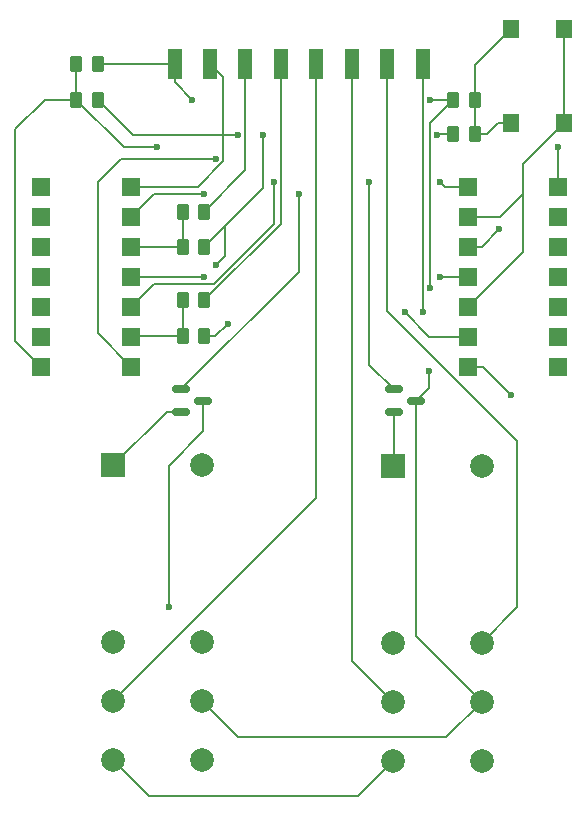
<source format=gbr>
%TF.GenerationSoftware,KiCad,Pcbnew,8.0.4*%
%TF.CreationDate,2024-08-11T17:04:56+02:00*%
%TF.ProjectId,SDCreset,53444372-6573-4657-942e-6b696361645f,rev?*%
%TF.SameCoordinates,Original*%
%TF.FileFunction,Copper,L1,Top*%
%TF.FilePolarity,Positive*%
%FSLAX46Y46*%
G04 Gerber Fmt 4.6, Leading zero omitted, Abs format (unit mm)*
G04 Created by KiCad (PCBNEW 8.0.4) date 2024-08-11 17:04:56*
%MOMM*%
%LPD*%
G01*
G04 APERTURE LIST*
G04 Aperture macros list*
%AMRoundRect*
0 Rectangle with rounded corners*
0 $1 Rounding radius*
0 $2 $3 $4 $5 $6 $7 $8 $9 X,Y pos of 4 corners*
0 Add a 4 corners polygon primitive as box body*
4,1,4,$2,$3,$4,$5,$6,$7,$8,$9,$2,$3,0*
0 Add four circle primitives for the rounded corners*
1,1,$1+$1,$2,$3*
1,1,$1+$1,$4,$5*
1,1,$1+$1,$6,$7*
1,1,$1+$1,$8,$9*
0 Add four rect primitives between the rounded corners*
20,1,$1+$1,$2,$3,$4,$5,0*
20,1,$1+$1,$4,$5,$6,$7,0*
20,1,$1+$1,$6,$7,$8,$9,0*
20,1,$1+$1,$8,$9,$2,$3,0*%
G04 Aperture macros list end*
%TA.AperFunction,SMDPad,CuDef*%
%ADD10RoundRect,0.150000X-0.587500X-0.150000X0.587500X-0.150000X0.587500X0.150000X-0.587500X0.150000X0*%
%TD*%
%TA.AperFunction,SMDPad,CuDef*%
%ADD11R,1.600000X1.600000*%
%TD*%
%TA.AperFunction,SMDPad,CuDef*%
%ADD12RoundRect,0.250000X-0.262500X-0.450000X0.262500X-0.450000X0.262500X0.450000X-0.262500X0.450000X0*%
%TD*%
%TA.AperFunction,SMDPad,CuDef*%
%ADD13RoundRect,0.250000X0.262500X0.450000X-0.262500X0.450000X-0.262500X-0.450000X0.262500X-0.450000X0*%
%TD*%
%TA.AperFunction,SMDPad,CuDef*%
%ADD14R,1.400000X1.600000*%
%TD*%
%TA.AperFunction,ComponentPad*%
%ADD15C,2.000000*%
%TD*%
%TA.AperFunction,ComponentPad*%
%ADD16R,2.000000X2.000000*%
%TD*%
%TA.AperFunction,SMDPad,CuDef*%
%ADD17R,1.270000X2.540000*%
%TD*%
%TA.AperFunction,ViaPad*%
%ADD18C,0.600000*%
%TD*%
%TA.AperFunction,Conductor*%
%ADD19C,0.200000*%
%TD*%
G04 APERTURE END LIST*
D10*
%TO.P,Q1,1,B*%
%TO.N,BMS state*%
X183062500Y-83550000D03*
%TO.P,Q1,2,E*%
%TO.N,Net-(Q2-E)*%
X183062500Y-85450000D03*
%TO.P,Q1,3,C*%
%TO.N,+12V*%
X184937500Y-84500000D03*
%TD*%
D11*
%TO.P,U1,1*%
%TO.N,Net-(U1-Pad1)*%
X160810000Y-81620000D03*
%TO.P,U1,2*%
%TO.N,Net-(R1-Pad1)*%
X160810000Y-79080000D03*
%TO.P,U1,3*%
%TO.N,BMS state*%
X160810000Y-76540000D03*
%TO.P,U1,4*%
%TO.N,Net-(U1-Pad4)*%
X160810000Y-74000000D03*
%TO.P,U1,5*%
%TO.N,Net-(R3-Pad2)*%
X160810000Y-71460000D03*
%TO.P,U1,6*%
%TO.N,IMD state*%
X160810000Y-68920000D03*
%TO.P,U1,7,GND*%
%TO.N,GND*%
X160810000Y-66380000D03*
%TO.P,U1,8*%
%TO.N,N/C*%
X153190000Y-66380000D03*
%TO.P,U1,9*%
X153190000Y-68920000D03*
%TO.P,U1,10*%
X153190000Y-71460000D03*
%TO.P,U1,11*%
X153190000Y-74000000D03*
%TO.P,U1,12*%
X153190000Y-76540000D03*
%TO.P,U1,13*%
X153190000Y-79080000D03*
%TO.P,U1,14,VCC*%
%TO.N,Net-(U1E-VCC)*%
X153190000Y-81620000D03*
%TD*%
D12*
%TO.P,R1,1*%
%TO.N,Net-(U1E-VCC)*%
X156175000Y-59000000D03*
%TO.P,R1,2*%
%TO.N,GND*%
X158000000Y-59000000D03*
%TD*%
D13*
%TO.P,R5,1*%
%TO.N,BMS error*%
X167000000Y-76000000D03*
%TO.P,R5,2*%
%TO.N,Net-(R1-Pad1)*%
X165175000Y-76000000D03*
%TD*%
D14*
%TO.P,SW1,1,1*%
%TO.N,Net-(R7-Pad2)*%
X193000000Y-61000000D03*
X193000000Y-53000000D03*
%TO.P,SW1,2,2*%
%TO.N,Net-(SW1-Pad2)*%
X197500000Y-61000000D03*
X197500000Y-53000000D03*
%TD*%
D15*
%TO.P,K1,11*%
%TO.N,SDC out*%
X159312500Y-109962500D03*
%TO.P,K1,12*%
%TO.N,unconnected-(K1-Pad12)*%
X159312500Y-104962500D03*
%TO.P,K1,14*%
%TO.N,Net-(K1-Pad14)*%
X159312500Y-114962500D03*
%TO.P,K1,21*%
%TO.N,+12V*%
X166812500Y-109962500D03*
%TO.P,K1,22*%
%TO.N,IMD led*%
X166812500Y-104962500D03*
%TO.P,K1,24*%
%TO.N,unconnected-(K1-Pad24)*%
X166812500Y-114962500D03*
D16*
%TO.P,K1,A1*%
%TO.N,Net-(Q1-E)*%
X159312500Y-89962500D03*
D15*
%TO.P,K1,A2*%
%TO.N,GND*%
X166812500Y-89962500D03*
%TD*%
D12*
%TO.P,R3,1*%
%TO.N,+12V*%
X188087500Y-59000000D03*
%TO.P,R3,2*%
%TO.N,Net-(R7-Pad2)*%
X189912500Y-59000000D03*
%TD*%
%TO.P,R6,1*%
%TO.N,Net-(R1-Pad1)*%
X165175000Y-79050000D03*
%TO.P,R6,2*%
%TO.N,GND*%
X167000000Y-79050000D03*
%TD*%
D10*
%TO.P,Q2,1,B*%
%TO.N,IMD state*%
X165062500Y-83550000D03*
%TO.P,Q2,2,E*%
%TO.N,Net-(Q1-E)*%
X165062500Y-85450000D03*
%TO.P,Q2,3,C*%
%TO.N,+12V*%
X166937500Y-84500000D03*
%TD*%
D15*
%TO.P,K2,11*%
%TO.N,SDC in*%
X183000000Y-110000000D03*
%TO.P,K2,12*%
%TO.N,unconnected-(K2-Pad12)*%
X183000000Y-105000000D03*
%TO.P,K2,14*%
%TO.N,Net-(K1-Pad14)*%
X183000000Y-115000000D03*
%TO.P,K2,21*%
%TO.N,+12V*%
X190500000Y-110000000D03*
%TO.P,K2,22*%
%TO.N,BMS led*%
X190500000Y-105000000D03*
%TO.P,K2,24*%
%TO.N,unconnected-(K2-Pad24)*%
X190500000Y-115000000D03*
D16*
%TO.P,K2,A1*%
%TO.N,Net-(Q2-E)*%
X183000000Y-90000000D03*
D15*
%TO.P,K2,A2*%
%TO.N,GND*%
X190500000Y-90000000D03*
%TD*%
D11*
%TO.P,U2,1*%
%TO.N,BMS state*%
X189380000Y-66380000D03*
%TO.P,U2,2*%
%TO.N,Net-(SW1-Pad2)*%
X189380000Y-68920000D03*
%TO.P,U2,3*%
%TO.N,Net-(U1-Pad1)*%
X189380000Y-71460000D03*
%TO.P,U2,4*%
%TO.N,IMD state*%
X189380000Y-74000000D03*
%TO.P,U2,5*%
%TO.N,Net-(SW1-Pad2)*%
X189380000Y-76540000D03*
%TO.P,U2,6*%
%TO.N,Net-(U1-Pad4)*%
X189380000Y-79080000D03*
%TO.P,U2,7,GND*%
%TO.N,GND*%
X189380000Y-81620000D03*
%TO.P,U2,8*%
%TO.N,N/C*%
X197000000Y-81620000D03*
%TO.P,U2,9*%
X197000000Y-79080000D03*
%TO.P,U2,10*%
X197000000Y-76540000D03*
%TO.P,U2,11*%
X197000000Y-74000000D03*
%TO.P,U2,12*%
X197000000Y-71460000D03*
%TO.P,U2,13*%
X197000000Y-68920000D03*
%TO.P,U2,14,VCC*%
%TO.N,Net-(U1E-VCC)*%
X197000000Y-66380000D03*
%TD*%
D13*
%TO.P,R7,1*%
%TO.N,IMD error*%
X167000000Y-68500000D03*
%TO.P,R7,2*%
%TO.N,Net-(R3-Pad2)*%
X165175000Y-68500000D03*
%TD*%
%TO.P,R2,1*%
%TO.N,+12V*%
X158000000Y-56000000D03*
%TO.P,R2,2*%
%TO.N,Net-(U1E-VCC)*%
X156175000Y-56000000D03*
%TD*%
%TO.P,R4,1*%
%TO.N,Net-(R7-Pad2)*%
X189912500Y-61950000D03*
%TO.P,R4,2*%
%TO.N,GND*%
X188087500Y-61950000D03*
%TD*%
D12*
%TO.P,R8,1*%
%TO.N,Net-(R3-Pad2)*%
X165175000Y-71500000D03*
%TO.P,R8,2*%
%TO.N,GND*%
X167000000Y-71500000D03*
%TD*%
D17*
%TO.P,J1,1,Pin_1*%
%TO.N,+12V*%
X164500000Y-56000000D03*
%TO.P,J1,2,Pin_2*%
%TO.N,GND*%
X167500000Y-56000000D03*
%TO.P,J1,3,Pin_3*%
%TO.N,IMD error*%
X170500000Y-56000000D03*
%TO.P,J1,4,Pin_4*%
%TO.N,BMS error*%
X173500000Y-56000000D03*
%TO.P,J1,5,Pin_5*%
%TO.N,SDC out*%
X176500000Y-56000000D03*
%TO.P,J1,6,Pin_6*%
%TO.N,SDC in*%
X179500000Y-56000000D03*
%TO.P,J1,7,Pin_7*%
%TO.N,BMS led*%
X182500000Y-56000000D03*
%TO.P,J1,8,Pin_8*%
%TO.N,IMD led*%
X185500000Y-56000000D03*
%TD*%
D18*
%TO.N,+12V*%
X164000000Y-102000000D03*
X166000000Y-59000000D03*
X186000000Y-82000000D03*
X186100000Y-75000000D03*
X186100000Y-59000000D03*
%TO.N,IMD led*%
X185500000Y-77000000D03*
%TO.N,GND*%
X172000000Y-62000000D03*
X168000000Y-73000000D03*
X186700000Y-62000000D03*
X169000000Y-78000000D03*
X169900000Y-62000000D03*
X193000000Y-84000000D03*
%TO.N,IMD state*%
X167000000Y-67000000D03*
X175000000Y-67000000D03*
X187000000Y-74000000D03*
%TO.N,BMS state*%
X187000000Y-66000000D03*
X172900000Y-66000000D03*
X181000000Y-66000000D03*
%TO.N,Net-(U1E-VCC)*%
X197000000Y-63000000D03*
X163000000Y-63000000D03*
%TO.N,Net-(U1-Pad1)*%
X168000000Y-64000000D03*
X192000000Y-70000000D03*
%TO.N,Net-(U1-Pad4)*%
X167000000Y-74000000D03*
X184000000Y-77000000D03*
%TD*%
D19*
%TO.N,SDC out*%
X176500000Y-56000000D02*
X176500000Y-92775000D01*
X176500000Y-92775000D02*
X159312500Y-109962500D01*
%TO.N,+12V*%
X186000000Y-83437500D02*
X186000000Y-82000000D01*
X184937500Y-104437500D02*
X184937500Y-84500000D01*
X190500000Y-110000000D02*
X187500000Y-113000000D01*
X186100000Y-59000000D02*
X188087500Y-59000000D01*
X166937500Y-84500000D02*
X166937500Y-87062500D01*
X190500000Y-110000000D02*
X184937500Y-104437500D01*
X164000000Y-90000000D02*
X164000000Y-102000000D01*
X186100000Y-60987500D02*
X186100000Y-75000000D01*
X166937500Y-87062500D02*
X164000000Y-90000000D01*
X184937500Y-84500000D02*
X186000000Y-83437500D01*
X164500000Y-57500000D02*
X166000000Y-59000000D01*
X164500000Y-56000000D02*
X158000000Y-56000000D01*
X188087500Y-59000000D02*
X186100000Y-60987500D01*
X187500000Y-113000000D02*
X169850000Y-113000000D01*
X164500000Y-56000000D02*
X164500000Y-57500000D01*
X169850000Y-113000000D02*
X166812500Y-109962500D01*
%TO.N,SDC in*%
X179500000Y-56000000D02*
X179500000Y-106500000D01*
X179500000Y-106500000D02*
X183000000Y-110000000D01*
%TO.N,BMS led*%
X182500000Y-76940000D02*
X193500000Y-87940000D01*
X182500000Y-56000000D02*
X182500000Y-76940000D01*
X193500000Y-102000000D02*
X190500000Y-105000000D01*
X193500000Y-87940000D02*
X193500000Y-102000000D01*
%TO.N,IMD error*%
X170500000Y-65000000D02*
X167000000Y-68500000D01*
X170500000Y-56000000D02*
X170500000Y-65000000D01*
%TO.N,IMD led*%
X185500000Y-77000000D02*
X185500000Y-56000000D01*
%TO.N,BMS error*%
X173500000Y-69500000D02*
X167000000Y-76000000D01*
X173500000Y-56000000D02*
X173500000Y-69500000D01*
%TO.N,GND*%
X167000000Y-79050000D02*
X167950000Y-79050000D01*
X172000000Y-66500000D02*
X172000000Y-62000000D01*
X161000000Y-62000000D02*
X168600000Y-62000000D01*
X168600000Y-64248529D02*
X166468529Y-66380000D01*
X167950000Y-79050000D02*
X169000000Y-78000000D01*
X167000000Y-71500000D02*
X168750000Y-69750000D01*
X168750000Y-72250000D02*
X168000000Y-73000000D01*
X188087500Y-61950000D02*
X186750000Y-61950000D01*
X189380000Y-81620000D02*
X190620000Y-81620000D01*
X168750000Y-69750000D02*
X172000000Y-66500000D01*
X186750000Y-61950000D02*
X186700000Y-62000000D01*
X167500000Y-56000000D02*
X168600000Y-57100000D01*
X158000000Y-59000000D02*
X161000000Y-62000000D01*
X168750000Y-69750000D02*
X168750000Y-72250000D01*
X190620000Y-81620000D02*
X193000000Y-84000000D01*
X168600000Y-62000000D02*
X168600000Y-64248529D01*
X168600000Y-57100000D02*
X168600000Y-62000000D01*
X169900000Y-62000000D02*
X168600000Y-62000000D01*
X166468529Y-66380000D02*
X160810000Y-66380000D01*
%TO.N,Net-(Q1-E)*%
X163825000Y-85450000D02*
X159312500Y-89962500D01*
X165062500Y-85450000D02*
X163825000Y-85450000D01*
%TO.N,Net-(K1-Pad14)*%
X180000000Y-118000000D02*
X183000000Y-115000000D01*
X159312500Y-114962500D02*
X162350000Y-118000000D01*
X162350000Y-118000000D02*
X180000000Y-118000000D01*
%TO.N,Net-(Q2-E)*%
X183062500Y-85450000D02*
X183062500Y-89937500D01*
X183062500Y-89937500D02*
X183000000Y-90000000D01*
%TO.N,IMD state*%
X175000000Y-73612500D02*
X165062500Y-83550000D01*
X187000000Y-74000000D02*
X189380000Y-74000000D01*
X160810000Y-68920000D02*
X162730000Y-67000000D01*
X162730000Y-67000000D02*
X167000000Y-67000000D01*
X175000000Y-67000000D02*
X175000000Y-73612500D01*
%TO.N,BMS state*%
X160810000Y-76540000D02*
X162750000Y-74600000D01*
X187000000Y-66000000D02*
X187380000Y-66380000D01*
X187380000Y-66380000D02*
X189380000Y-66380000D01*
X181000000Y-66000000D02*
X181000000Y-81487500D01*
X162750000Y-74600000D02*
X167834314Y-74600000D01*
X172900000Y-69534314D02*
X172900000Y-66000000D01*
X181000000Y-81487500D02*
X183062500Y-83550000D01*
X167834314Y-74600000D02*
X172900000Y-69534314D01*
%TO.N,Net-(R1-Pad1)*%
X160840000Y-79050000D02*
X160810000Y-79080000D01*
X165175000Y-76000000D02*
X165175000Y-79050000D01*
X165175000Y-79050000D02*
X160840000Y-79050000D01*
%TO.N,Net-(R3-Pad2)*%
X165135000Y-71460000D02*
X165175000Y-71500000D01*
X160810000Y-71460000D02*
X165135000Y-71460000D01*
X165175000Y-68500000D02*
X165175000Y-71500000D01*
%TO.N,Net-(U1E-VCC)*%
X156175000Y-59000000D02*
X160175000Y-63000000D01*
X151000000Y-61500000D02*
X151000000Y-79430000D01*
X156175000Y-59000000D02*
X153500000Y-59000000D01*
X151000000Y-79430000D02*
X153190000Y-81620000D01*
X197000000Y-63000000D02*
X197000000Y-66380000D01*
X160175000Y-63000000D02*
X163000000Y-63000000D01*
X156175000Y-56000000D02*
X156175000Y-59000000D01*
X153500000Y-59000000D02*
X151000000Y-61500000D01*
%TO.N,Net-(R7-Pad2)*%
X189912500Y-56087500D02*
X193000000Y-53000000D01*
X189912500Y-61950000D02*
X190950000Y-61950000D01*
X189912500Y-59000000D02*
X189912500Y-56087500D01*
X190950000Y-61950000D02*
X191900000Y-61000000D01*
X189912500Y-61950000D02*
X189912500Y-59000000D01*
X191900000Y-61000000D02*
X193000000Y-61000000D01*
%TO.N,Net-(SW1-Pad2)*%
X189380000Y-68920000D02*
X192080000Y-68920000D01*
X194000000Y-67000000D02*
X194000000Y-71920000D01*
X192080000Y-68920000D02*
X194000000Y-67000000D01*
X194000000Y-64500000D02*
X194000000Y-67000000D01*
X197500000Y-61000000D02*
X194000000Y-64500000D01*
X197500000Y-61000000D02*
X197500000Y-53000000D01*
X194000000Y-71920000D02*
X189380000Y-76540000D01*
%TO.N,Net-(U1-Pad1)*%
X160810000Y-81620000D02*
X158000000Y-78810000D01*
X158000000Y-66000000D02*
X160000000Y-64000000D01*
X190540000Y-71460000D02*
X189380000Y-71460000D01*
X158000000Y-78810000D02*
X158000000Y-78000000D01*
X160000000Y-64000000D02*
X168000000Y-64000000D01*
X192000000Y-70000000D02*
X190540000Y-71460000D01*
X158000000Y-78000000D02*
X158000000Y-66000000D01*
%TO.N,Net-(U1-Pad4)*%
X186080000Y-79080000D02*
X189380000Y-79080000D01*
X160810000Y-74000000D02*
X167000000Y-74000000D01*
X184000000Y-77000000D02*
X186080000Y-79080000D01*
%TD*%
M02*

</source>
